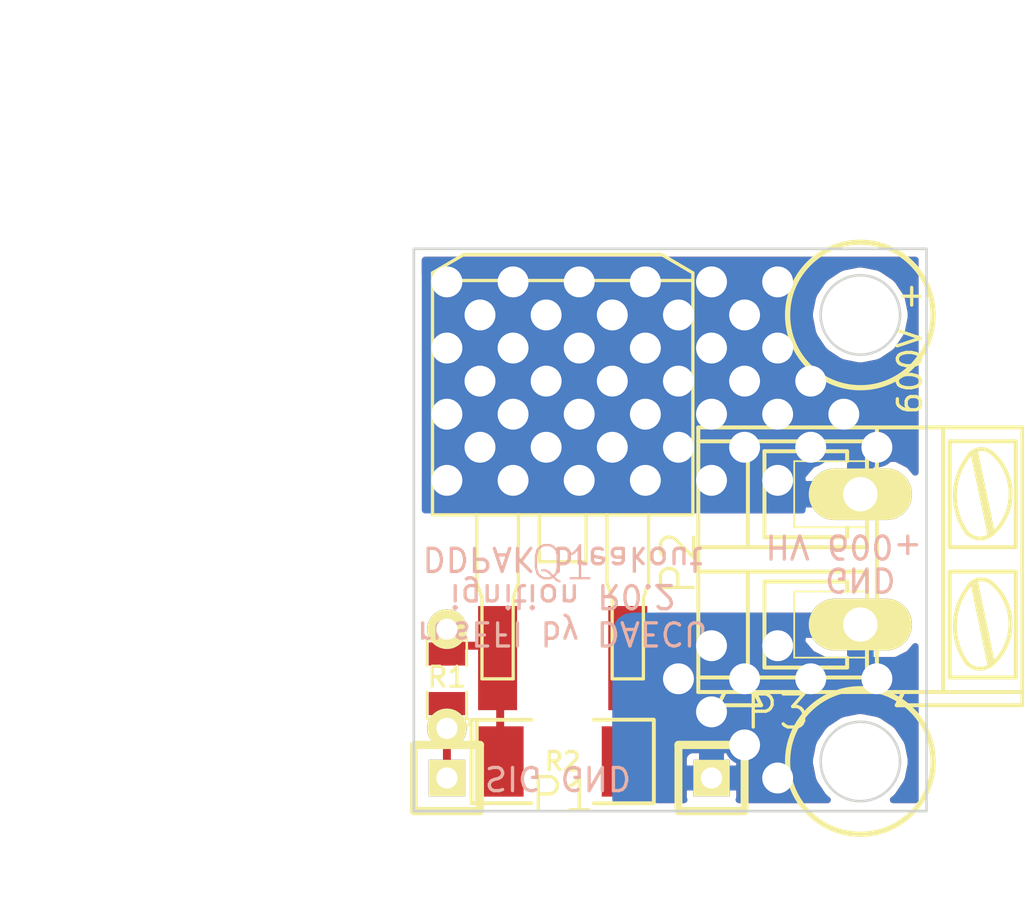
<source format=kicad_pcb>
(kicad_pcb (version 4) (host pcbnew 4.0.1-stable)

  (general
    (links 11)
    (no_connects 0)
    (area 188.850001 145.740001 231.089201 182.405)
    (thickness 1.6)
    (drawings 19)
    (tracks 115)
    (zones 0)
    (modules 6)
    (nets 5)
  )

  (page A)
  (title_block
    (title "DDPAK breakout")
    (rev R0.2)
    (company rusEFI)
  )

  (layers
    (0 F.Cu signal)
    (31 B.Cu signal)
    (32 B.Adhes user)
    (33 F.Adhes user)
    (34 B.Paste user)
    (35 F.Paste user)
    (36 B.SilkS user)
    (37 F.SilkS user)
    (38 B.Mask user)
    (39 F.Mask user)
    (40 Dwgs.User user)
    (41 Cmts.User user)
    (42 Eco1.User user)
    (43 Eco2.User user)
    (44 Edge.Cuts user)
  )

  (setup
    (last_trace_width 0.3048)
    (trace_clearance 0.3048)
    (zone_clearance 0.254)
    (zone_45_only no)
    (trace_min 0.254)
    (segment_width 0.2)
    (edge_width 0.1)
    (via_size 0.889)
    (via_drill 0.635)
    (via_min_size 0.889)
    (via_min_drill 0.508)
    (user_via 0.889 0.635)
    (user_via 1.54178 1.18618)
    (uvia_size 0.508)
    (uvia_drill 0.127)
    (uvias_allowed no)
    (uvia_min_size 0.508)
    (uvia_min_drill 0.127)
    (pcb_text_width 0.3)
    (pcb_text_size 1.5 1.5)
    (mod_edge_width 0.15)
    (mod_text_size 1 1)
    (mod_text_width 0.15)
    (pad_size 1.5 1.5)
    (pad_drill 0.6)
    (pad_to_mask_clearance 0)
    (aux_axis_origin 0 0)
    (visible_elements 7FFFFF3F)
    (pcbplotparams
      (layerselection 0x00030_80000001)
      (usegerberextensions true)
      (excludeedgelayer true)
      (linewidth 0.150000)
      (plotframeref false)
      (viasonmask false)
      (mode 1)
      (useauxorigin false)
      (hpglpennumber 1)
      (hpglpenspeed 20)
      (hpglpendiameter 15)
      (hpglpenoverlay 2)
      (psnegative false)
      (psa4output false)
      (plotreference true)
      (plotvalue true)
      (plotinvisibletext false)
      (padsonsilk false)
      (subtractmaskfromsilk false)
      (outputformat 1)
      (mirror false)
      (drillshape 0)
      (scaleselection 1)
      (outputdirectory ""))
  )

  (net 0 "")
  (net 1 /GND)
  (net 2 /HV)
  (net 3 /SIG)
  (net 4 /SIG2)

  (net_class Default "This is the default net class."
    (clearance 0.3048)
    (trace_width 0.3048)
    (via_dia 0.889)
    (via_drill 0.635)
    (uvia_dia 0.508)
    (uvia_drill 0.127)
    (add_net /GND)
    (add_net /HV)
    (add_net /SIG)
    (add_net /SIG2)
  )

  (net_class FAT ""
    (clearance 1.7526)
    (trace_width 2.54)
    (via_dia 0.889)
    (via_drill 0.635)
    (uvia_dia 0.508)
    (uvia_drill 0.127)
  )

  (net_class MIN ""
    (clearance 2.54)
    (trace_width 0.3048)
    (via_dia 0.889)
    (via_drill 0.635)
    (uvia_dia 0.508)
    (uvia_drill 0.127)
  )

  (module SM0805_jumper (layer F.Cu) (tedit 53B680BA) (tstamp 544A797B)
    (at 206.375 171.45 90)
    (path /54499D02)
    (attr smd)
    (fp_text reference R1 (at 0.0635 0 180) (layer F.SilkS)
      (effects (font (size 0.762 0.762) (thickness 0.127)))
    )
    (fp_text value 1K (at 0 1.27 90) (layer F.SilkS) hide
      (effects (font (size 0.50038 0.50038) (thickness 0.10922)))
    )
    (fp_circle (center -1.651 0.762) (end -1.651 0.635) (layer F.SilkS) (width 0.09906))
    (fp_line (start -0.508 0.762) (end -1.524 0.762) (layer F.SilkS) (width 0.09906))
    (fp_line (start -1.524 0.762) (end -1.524 -0.762) (layer F.SilkS) (width 0.09906))
    (fp_line (start -1.524 -0.762) (end -0.508 -0.762) (layer F.SilkS) (width 0.09906))
    (fp_line (start 0.508 -0.762) (end 1.524 -0.762) (layer F.SilkS) (width 0.09906))
    (fp_line (start 1.524 -0.762) (end 1.524 0.762) (layer F.SilkS) (width 0.09906))
    (fp_line (start 1.524 0.762) (end 0.508 0.762) (layer F.SilkS) (width 0.09906))
    (pad 2 smd rect (at 1.27 0 90) (size 1.524 0.2032) (layers F.Cu F.Paste F.Mask)
      (net 4 /SIG2))
    (pad 1 smd rect (at -0.9525 0 90) (size 0.889 1.397) (layers F.Cu F.Paste F.Mask)
      (net 3 /SIG))
    (pad 2 smd rect (at 0.9525 0 90) (size 0.889 1.397) (layers F.Cu F.Paste F.Mask)
      (net 4 /SIG2))
    (pad 2 thru_hole circle (at 1.905 0 90) (size 1.524 1.524) (drill 0.8128) (layers *.Cu *.Mask F.SilkS)
      (net 4 /SIG2))
    (pad 1 thru_hole circle (at -1.905 0 90) (size 1.524 1.524) (drill 0.8128) (layers *.Cu *.Mask F.SilkS)
      (net 3 /SIG))
    (pad 1 smd rect (at -1.27 0 90) (size 1.524 0.2032) (layers F.Cu F.Paste F.Mask)
      (net 3 /SIG))
    (model smd/chip_cms.wrl
      (at (xyz 0 0 0))
      (scale (xyz 0.1 0.1 0.1))
      (rotate (xyz 0 0 0))
    )
  )

  (module AK300-2 (layer F.Cu) (tedit 549D4368) (tstamp 544A2601)
    (at 222.25 166.878 270)
    (descr CONNECTOR)
    (tags CONNECTOR)
    (path /5449A1BA)
    (attr virtual)
    (fp_text reference P2 (at 0.127 6.985 270) (layer F.SilkS)
      (effects (font (size 1.27 1.27) (thickness 0.127)))
    )
    (fp_text value CONN_2 (at 0.254 7.747 270) (layer F.SilkS) hide
      (effects (font (size 1.778 1.778) (thickness 0.0889)))
    )
    (fp_line (start -3.7846 2.54) (end -1.2446 2.54) (layer F.SilkS) (width 0.06604))
    (fp_line (start -1.2446 2.54) (end -1.2446 -0.254) (layer F.SilkS) (width 0.06604))
    (fp_line (start -3.7846 -0.254) (end -1.2446 -0.254) (layer F.SilkS) (width 0.06604))
    (fp_line (start -3.7846 2.54) (end -3.7846 -0.254) (layer F.SilkS) (width 0.06604))
    (fp_line (start 1.2192 2.54) (end 3.7592 2.54) (layer F.SilkS) (width 0.06604))
    (fp_line (start 3.7592 2.54) (end 3.7592 -0.254) (layer F.SilkS) (width 0.06604))
    (fp_line (start 1.2192 -0.254) (end 3.7592 -0.254) (layer F.SilkS) (width 0.06604))
    (fp_line (start 1.2192 2.54) (end 1.2192 -0.254) (layer F.SilkS) (width 0.06604))
    (fp_line (start 5.08 -6.223) (end 5.08 -3.175) (layer F.SilkS) (width 0.1524))
    (fp_line (start 5.08 -6.223) (end -5.08 -6.223) (layer F.SilkS) (width 0.1524))
    (fp_line (start 5.08 -6.223) (end 5.588 -6.223) (layer F.SilkS) (width 0.1524))
    (fp_line (start 5.588 -6.223) (end 5.588 -1.397) (layer F.SilkS) (width 0.1524))
    (fp_line (start 5.588 -1.397) (end 5.08 -1.651) (layer F.SilkS) (width 0.1524))
    (fp_line (start 5.588 5.461) (end 5.08 5.207) (layer F.SilkS) (width 0.1524))
    (fp_line (start 5.08 5.207) (end 5.08 6.223) (layer F.SilkS) (width 0.1524))
    (fp_line (start 5.588 3.81) (end 5.08 4.064) (layer F.SilkS) (width 0.1524))
    (fp_line (start 5.08 4.064) (end 5.08 5.207) (layer F.SilkS) (width 0.1524))
    (fp_line (start 5.588 3.81) (end 5.588 5.461) (layer F.SilkS) (width 0.1524))
    (fp_line (start 0.4572 6.223) (end 0.4572 4.318) (layer F.SilkS) (width 0.1524))
    (fp_line (start 4.5212 -0.254) (end 4.5212 4.318) (layer F.SilkS) (width 0.1524))
    (fp_line (start 0.4572 6.223) (end 4.5212 6.223) (layer F.SilkS) (width 0.1524))
    (fp_line (start 4.5212 6.223) (end 5.08 6.223) (layer F.SilkS) (width 0.1524))
    (fp_line (start -0.4826 6.223) (end -0.4826 4.318) (layer F.SilkS) (width 0.1524))
    (fp_line (start -0.4826 6.223) (end 0.4572 6.223) (layer F.SilkS) (width 0.1524))
    (fp_line (start -4.5466 -0.254) (end -4.5466 4.318) (layer F.SilkS) (width 0.1524))
    (fp_line (start -5.08 6.223) (end -4.5466 6.223) (layer F.SilkS) (width 0.1524))
    (fp_line (start -4.5466 6.223) (end -0.4826 6.223) (layer F.SilkS) (width 0.1524))
    (fp_line (start 0.4572 4.318) (end 4.5212 4.318) (layer F.SilkS) (width 0.1524))
    (fp_line (start 0.4572 4.318) (end 0.4572 -0.254) (layer F.SilkS) (width 0.1524))
    (fp_line (start 4.5212 4.318) (end 4.5212 6.223) (layer F.SilkS) (width 0.1524))
    (fp_line (start -0.4826 4.318) (end -4.5466 4.318) (layer F.SilkS) (width 0.1524))
    (fp_line (start -0.4826 4.318) (end -0.4826 -0.254) (layer F.SilkS) (width 0.1524))
    (fp_line (start -4.5466 4.318) (end -4.5466 6.223) (layer F.SilkS) (width 0.1524))
    (fp_line (start 4.1402 3.683) (end 4.1402 0.508) (layer F.SilkS) (width 0.1524))
    (fp_line (start 4.1402 3.683) (end 0.8382 3.683) (layer F.SilkS) (width 0.1524))
    (fp_line (start 0.8382 3.683) (end 0.8382 0.508) (layer F.SilkS) (width 0.1524))
    (fp_line (start -0.8636 3.683) (end -0.8636 0.508) (layer F.SilkS) (width 0.1524))
    (fp_line (start -0.8636 3.683) (end -4.1656 3.683) (layer F.SilkS) (width 0.1524))
    (fp_line (start -4.1656 3.683) (end -4.1656 0.508) (layer F.SilkS) (width 0.1524))
    (fp_line (start -4.1656 0.508) (end -3.7846 0.508) (layer F.SilkS) (width 0.1524))
    (fp_line (start -0.8636 0.508) (end -1.2446 0.508) (layer F.SilkS) (width 0.1524))
    (fp_line (start 0.8382 0.508) (end 1.2192 0.508) (layer F.SilkS) (width 0.1524))
    (fp_line (start 4.1402 0.508) (end 3.7592 0.508) (layer F.SilkS) (width 0.1524))
    (fp_line (start -5.08 6.223) (end -5.08 -0.635) (layer F.SilkS) (width 0.1524))
    (fp_line (start -5.08 -0.635) (end -5.08 -3.175) (layer F.SilkS) (width 0.1524))
    (fp_line (start 5.08 -1.651) (end 5.08 -0.635) (layer F.SilkS) (width 0.1524))
    (fp_line (start 5.08 -0.635) (end 5.08 4.064) (layer F.SilkS) (width 0.1524))
    (fp_line (start -5.08 -3.175) (end 5.08 -3.175) (layer F.SilkS) (width 0.1524))
    (fp_line (start -5.08 -3.175) (end -5.08 -6.223) (layer F.SilkS) (width 0.1524))
    (fp_line (start 5.08 -3.175) (end 5.08 -1.651) (layer F.SilkS) (width 0.1524))
    (fp_line (start 0.4572 -3.429) (end 0.4572 -5.969) (layer F.SilkS) (width 0.1524))
    (fp_line (start 0.4572 -5.969) (end 4.5212 -5.969) (layer F.SilkS) (width 0.1524))
    (fp_line (start 4.5212 -5.969) (end 4.5212 -3.429) (layer F.SilkS) (width 0.1524))
    (fp_line (start 4.5212 -3.429) (end 0.4572 -3.429) (layer F.SilkS) (width 0.1524))
    (fp_line (start -0.4826 -3.429) (end -0.4826 -5.969) (layer F.SilkS) (width 0.1524))
    (fp_line (start -0.4826 -3.429) (end -4.5466 -3.429) (layer F.SilkS) (width 0.1524))
    (fp_line (start -4.5466 -3.429) (end -4.5466 -5.969) (layer F.SilkS) (width 0.1524))
    (fp_line (start -0.4826 -5.969) (end -4.5466 -5.969) (layer F.SilkS) (width 0.1524))
    (fp_line (start 0.8636 -4.445) (end 3.9116 -5.08) (layer F.SilkS) (width 0.1524))
    (fp_line (start 0.9906 -4.318) (end 4.0386 -4.953) (layer F.SilkS) (width 0.1524))
    (fp_line (start -4.1402 -4.445) (end -1.08966 -5.08) (layer F.SilkS) (width 0.1524))
    (fp_line (start -4.0132 -4.318) (end -0.9652 -4.953) (layer F.SilkS) (width 0.1524))
    (fp_line (start -4.5466 -0.254) (end -4.1656 -0.254) (layer F.SilkS) (width 0.1524))
    (fp_line (start -0.4826 -0.254) (end -0.8636 -0.254) (layer F.SilkS) (width 0.1524))
    (fp_line (start -0.8636 -0.254) (end -4.1656 -0.254) (layer F.SilkS) (width 0.1524))
    (fp_line (start -5.08 -0.635) (end -4.1656 -0.635) (layer F.SilkS) (width 0.1524))
    (fp_line (start -4.1656 -0.635) (end -0.8636 -0.635) (layer F.SilkS) (width 0.1524))
    (fp_line (start -0.8636 -0.635) (end 0.8382 -0.635) (layer F.SilkS) (width 0.1524))
    (fp_line (start 5.08 -0.635) (end 4.1402 -0.635) (layer F.SilkS) (width 0.1524))
    (fp_line (start 4.1402 -0.635) (end 0.8382 -0.635) (layer F.SilkS) (width 0.1524))
    (fp_line (start 4.5212 -0.254) (end 4.1402 -0.254) (layer F.SilkS) (width 0.1524))
    (fp_line (start 0.4572 -0.254) (end 0.8382 -0.254) (layer F.SilkS) (width 0.1524))
    (fp_line (start 0.8382 -0.254) (end 4.1402 -0.254) (layer F.SilkS) (width 0.1524))
    (fp_arc (start 3.5052 -4.59486) (end 4.01066 -5.05206) (angle 90.5) (layer F.SilkS) (width 0.1524))
    (fp_arc (start 2.54 -6.0706) (end 4.00304 -4.11734) (angle 75.5) (layer F.SilkS) (width 0.1524))
    (fp_arc (start 2.46126 -3.7084) (end 0.8636 -5.0038) (angle 100) (layer F.SilkS) (width 0.1524))
    (fp_arc (start 1.3462 -4.64566) (end 1.05664 -4.1275) (angle 104.2) (layer F.SilkS) (width 0.1524))
    (fp_arc (start -1.4986 -4.59486) (end -0.9906 -5.05206) (angle 90.5) (layer F.SilkS) (width 0.1524))
    (fp_arc (start -2.46126 -6.0706) (end -0.99822 -4.11734) (angle 75.5) (layer F.SilkS) (width 0.1524))
    (fp_arc (start -2.53746 -3.7084) (end -4.1402 -5.0038) (angle 100) (layer F.SilkS) (width 0.1524))
    (fp_arc (start -3.6576 -4.64566) (end -3.94462 -4.1275) (angle 104.2) (layer F.SilkS) (width 0.1524))
    (pad 1 thru_hole oval (at -2.5146 0 270) (size 1.9812 3.9624) (drill 1.3208) (layers *.Cu F.Paste F.SilkS F.Mask)
      (net 2 /HV))
    (pad 2 thru_hole oval (at 2.4892 0 270) (size 1.9812 3.9624) (drill 1.3208) (layers *.Cu F.Paste F.SilkS F.Mask)
      (net 1 /GND))
  )

  (module SM2010 (layer F.Cu) (tedit 544A1B10) (tstamp 5449C04A)
    (at 210.82 174.625)
    (tags "CMS SM")
    (path /54499C42)
    (attr smd)
    (fp_text reference R2 (at 0 0) (layer F.SilkS)
      (effects (font (size 0.70104 0.70104) (thickness 0.127)))
    )
    (fp_text value 100K (at 0 0.8) (layer F.SilkS) hide
      (effects (font (size 0.70104 0.70104) (thickness 0.127)))
    )
    (fp_line (start -3.3 -1.6) (end -3.3 1.6) (layer F.SilkS) (width 0.15))
    (fp_line (start 3.50012 -1.6002) (end 3.50012 1.6002) (layer F.SilkS) (width 0.15))
    (fp_line (start -3.5 -1.6) (end -3.5 1.6) (layer F.SilkS) (width 0.15))
    (fp_line (start 1.19634 1.60528) (end 3.48234 1.60528) (layer F.SilkS) (width 0.15))
    (fp_line (start 3.48234 -1.60528) (end 1.19634 -1.60528) (layer F.SilkS) (width 0.15))
    (fp_line (start -1.2 -1.6) (end -3.5 -1.6) (layer F.SilkS) (width 0.15))
    (fp_line (start -3.5 1.6) (end -1.2 1.6) (layer F.SilkS) (width 0.15))
    (pad 1 smd rect (at -2.4003 0) (size 1.80086 2.70002) (layers F.Cu F.Paste F.Mask)
      (net 4 /SIG2))
    (pad 2 smd rect (at 2.4003 0) (size 1.80086 2.70002) (layers F.Cu F.Paste F.Mask)
      (net 1 /GND))
  )

  (module SIL-1 (layer F.Cu) (tedit 549F505C) (tstamp 544A798F)
    (at 216.535 175.26)
    (descr "Connecteurs 1 pin")
    (tags "CONN DEV")
    (path /544A1CD8)
    (fp_text reference P3 (at 2.54 -2.54) (layer F.SilkS)
      (effects (font (size 1.27 1.27) (thickness 0.127)))
    )
    (fp_text value CONN_1 (at 0 -2.54) (layer F.SilkS) hide
      (effects (font (size 1.524 1.016) (thickness 0.254)))
    )
    (fp_line (start -1.27 1.27) (end 1.27 1.27) (layer F.SilkS) (width 0.3175))
    (fp_line (start -1.27 -1.27) (end 1.27 -1.27) (layer F.SilkS) (width 0.3175))
    (fp_line (start -1.27 1.27) (end -1.27 -1.27) (layer F.SilkS) (width 0.3048))
    (fp_line (start 1.27 -1.27) (end 1.27 1.27) (layer F.SilkS) (width 0.3048))
    (pad 1 thru_hole rect (at 0 0) (size 1.397 1.397) (drill 0.8128) (layers *.Cu *.Mask F.SilkS)
      (net 1 /GND))
  )

  (module SIL-1 (layer F.Cu) (tedit 549D4054) (tstamp 544A7985)
    (at 206.375 175.26 180)
    (descr "Connecteurs 1 pin")
    (tags "CONN DEV")
    (path /544A1CBF)
    (fp_text reference P1 (at -4.445 -0.635 180) (layer F.SilkS)
      (effects (font (size 1.27 1.27) (thickness 0.127)))
    )
    (fp_text value CONN_1 (at 0 -2.54 180) (layer F.SilkS) hide
      (effects (font (size 1.524 1.016) (thickness 0.254)))
    )
    (fp_line (start -1.27 1.27) (end 1.27 1.27) (layer F.SilkS) (width 0.3175))
    (fp_line (start -1.27 -1.27) (end 1.27 -1.27) (layer F.SilkS) (width 0.3175))
    (fp_line (start -1.27 1.27) (end -1.27 -1.27) (layer F.SilkS) (width 0.3048))
    (fp_line (start 1.27 -1.27) (end 1.27 1.27) (layer F.SilkS) (width 0.3048))
    (pad 1 thru_hole rect (at 0 0 180) (size 1.397 1.397) (drill 0.8128) (layers *.Cu *.Mask F.SilkS)
      (net 3 /SIG))
  )

  (module m-pad-2.1-TO-263AB (layer F.Cu) (tedit 549D3FB2) (tstamp 5449C06D)
    (at 210.82 160.655)
    (descr "FAIRCHILD'S TO-263AB/D2PAK PACKAGE DIMENSIONS")
    (tags "FAIRCHILD'S TO-263AB/D2PAK PACKAGE DIMENSIONS")
    (path /5498B4BA)
    (attr smd)
    (fp_text reference Q1 (at 0 6.35) (layer B.SilkS)
      (effects (font (size 1.27 1.27) (thickness 0.0889)))
    )
    (fp_text value IRGS14C40L (at 6.86308 -0.30988 90) (layer B.SilkS) hide
      (effects (font (size 1.27 1.27) (thickness 0.0889)))
    )
    (fp_line (start -4.99872 4.49834) (end -3.29946 4.49834) (layer F.SilkS) (width 0.127))
    (fp_line (start -3.29946 4.49834) (end -1.69926 4.49834) (layer F.SilkS) (width 0.127))
    (fp_line (start -1.69926 4.49834) (end -0.89916 4.49834) (layer F.SilkS) (width 0.127))
    (fp_line (start -0.89916 4.49834) (end 0.89916 4.49834) (layer F.SilkS) (width 0.127))
    (fp_line (start 0.89916 4.49834) (end 1.69926 4.49834) (layer F.SilkS) (width 0.127))
    (fp_line (start 1.69926 4.49834) (end 3.29946 4.49834) (layer F.SilkS) (width 0.127))
    (fp_line (start 3.29946 4.49834) (end 4.99872 4.49834) (layer F.SilkS) (width 0.127))
    (fp_line (start 4.99872 4.49834) (end 4.99872 -4.49834) (layer F.SilkS) (width 0.127))
    (fp_line (start 4.99872 -4.49834) (end -4.99872 -4.49834) (layer F.SilkS) (width 0.127))
    (fp_line (start -4.99872 -4.49834) (end -4.99872 4.49834) (layer F.SilkS) (width 0.127))
    (fp_line (start -4.99872 -4.49834) (end -4.99872 -4.79044) (layer F.SilkS) (width 0.127))
    (fp_line (start -4.99872 -4.79044) (end -3.79222 -5.4991) (layer F.SilkS) (width 0.127))
    (fp_line (start -3.79222 -5.4991) (end 3.79222 -5.4991) (layer F.SilkS) (width 0.127))
    (fp_line (start 3.79222 -5.4991) (end 4.99872 -4.79044) (layer F.SilkS) (width 0.127))
    (fp_line (start 4.99872 -4.79044) (end 4.99872 -4.49834) (layer F.SilkS) (width 0.127))
    (fp_line (start -0.89916 4.49834) (end -0.89916 6.2992) (layer F.SilkS) (width 0.127))
    (fp_line (start -0.89916 6.2992) (end 0.89916 6.2992) (layer F.SilkS) (width 0.127))
    (fp_line (start 0.89916 6.2992) (end 0.89916 4.49834) (layer F.SilkS) (width 0.127))
    (fp_line (start -3.29946 4.49834) (end -3.29946 7.0993) (layer F.SilkS) (width 0.127))
    (fp_line (start -3.29946 7.0993) (end -3.0988 7.69874) (layer F.SilkS) (width 0.127))
    (fp_line (start -3.0988 7.69874) (end -3.0988 10.79754) (layer F.SilkS) (width 0.127))
    (fp_line (start -3.0988 10.79754) (end -1.89992 10.79754) (layer F.SilkS) (width 0.127))
    (fp_line (start -1.89992 10.79754) (end -1.89992 7.69874) (layer F.SilkS) (width 0.127))
    (fp_line (start -1.89992 7.69874) (end -1.69926 7.0993) (layer F.SilkS) (width 0.127))
    (fp_line (start -1.69926 7.0993) (end -1.69926 4.49834) (layer F.SilkS) (width 0.127))
    (fp_line (start 1.69926 4.49834) (end 1.69926 7.0993) (layer F.SilkS) (width 0.127))
    (fp_line (start 1.69926 7.0993) (end 1.89992 7.69874) (layer F.SilkS) (width 0.127))
    (fp_line (start 1.89992 7.69874) (end 1.89992 10.79754) (layer F.SilkS) (width 0.127))
    (fp_line (start 1.89992 10.79754) (end 3.0988 10.79754) (layer F.SilkS) (width 0.127))
    (fp_line (start 3.0988 10.79754) (end 3.0988 7.69874) (layer F.SilkS) (width 0.127))
    (fp_line (start 3.0988 7.69874) (end 3.29946 7.0993) (layer F.SilkS) (width 0.127))
    (fp_line (start 3.29946 7.0993) (end 3.29946 4.49834) (layer F.SilkS) (width 0.127))
    (pad 2 smd rect (at 0 0) (size 9.99998 8.99922) (layers F.Cu F.Paste F.Mask)
      (net 2 /HV))
    (pad 1 smd rect (at -2.49936 9.99998) (size 1.4986 3.99796) (layers F.Cu F.Paste F.Mask)
      (net 4 /SIG2))
    (pad 3 smd rect (at 2.49936 9.99998) (size 1.4986 3.99796) (layers F.Cu F.Paste F.Mask)
      (net 1 /GND))
    (model smd/dpack_2.wrl
      (at (xyz 0 -0.3 0))
      (scale (xyz 1 1 1))
      (rotate (xyz 0 0 0))
    )
  )

  (dimension 10.16 (width 0.3) (layer Dwgs.User)
    (gr_text "0.4000 in" (at 211.455 181.054999) (layer Dwgs.User)
      (effects (font (size 1.5 1.5) (thickness 0.3)))
    )
    (feature1 (pts (xy 216.535 176.53) (xy 216.535 182.404999)))
    (feature2 (pts (xy 206.375 176.53) (xy 206.375 182.404999)))
    (crossbar (pts (xy 206.375 179.704999) (xy 216.535 179.704999)))
    (arrow1a (pts (xy 216.535 179.704999) (xy 215.408497 180.291419)))
    (arrow1b (pts (xy 216.535 179.704999) (xy 215.408497 179.118579)))
    (arrow2a (pts (xy 206.375 179.704999) (xy 207.501503 180.291419)))
    (arrow2b (pts (xy 206.375 179.704999) (xy 207.501503 179.118579)))
  )
  (gr_circle (center 222.25 174.625) (end 223.774 174.625) (layer Edge.Cuts) (width 0.1) (tstamp 549E9E7F))
  (gr_circle (center 222.25 174.625) (end 225.044 174.625) (layer F.SilkS) (width 0.2) (tstamp 549E9E7E))
  (gr_circle (center 222.25 157.48) (end 225.044 157.48) (layer F.SilkS) (width 0.2))
  (gr_circle (center 222.25 157.48) (end 223.774 157.48) (layer Edge.Cuts) (width 0.1) (tstamp 549E9D27))
  (dimension 21.59 (width 0.3) (layer Dwgs.User)
    (gr_text "21.590 mm" (at 195.5 165.735 90) (layer Dwgs.User)
      (effects (font (size 1.5 1.5) (thickness 0.3)))
    )
    (feature1 (pts (xy 204.47 154.94) (xy 194.15 154.94)))
    (feature2 (pts (xy 204.47 176.53) (xy 194.15 176.53)))
    (crossbar (pts (xy 196.85 176.53) (xy 196.85 154.94)))
    (arrow1a (pts (xy 196.85 154.94) (xy 197.43642 156.066503)))
    (arrow1b (pts (xy 196.85 154.94) (xy 196.26358 156.066503)))
    (arrow2a (pts (xy 196.85 176.53) (xy 197.43642 175.403497)))
    (arrow2b (pts (xy 196.85 176.53) (xy 196.26358 175.403497)))
  )
  (dimension 19.685 (width 0.3) (layer Dwgs.User)
    (gr_text "19.685 mm" (at 214.9475 147.240001) (layer Dwgs.User)
      (effects (font (size 1.5 1.5) (thickness 0.3)))
    )
    (feature1 (pts (xy 224.79 154.305) (xy 224.79 145.890001)))
    (feature2 (pts (xy 205.105 154.305) (xy 205.105 145.890001)))
    (crossbar (pts (xy 205.105 148.590001) (xy 224.79 148.590001)))
    (arrow1a (pts (xy 224.79 148.590001) (xy 223.663497 149.176421)))
    (arrow1b (pts (xy 224.79 148.590001) (xy 223.663497 148.003581)))
    (arrow2a (pts (xy 205.105 148.590001) (xy 206.231503 149.176421)))
    (arrow2b (pts (xy 205.105 148.590001) (xy 206.231503 148.003581)))
  )
  (dimension 19.685 (width 0.3) (layer Dwgs.User)
    (gr_text "0.7750 in" (at 214.9475 150.415001) (layer Dwgs.User)
      (effects (font (size 1.5 1.5) (thickness 0.3)))
    )
    (feature1 (pts (xy 224.79 154.305) (xy 224.79 149.065001)))
    (feature2 (pts (xy 205.105 154.305) (xy 205.105 149.065001)))
    (crossbar (pts (xy 205.105 151.765001) (xy 224.79 151.765001)))
    (arrow1a (pts (xy 224.79 151.765001) (xy 223.663497 152.351421)))
    (arrow1b (pts (xy 224.79 151.765001) (xy 223.663497 151.178581)))
    (arrow2a (pts (xy 205.105 151.765001) (xy 206.231503 152.351421)))
    (arrow2b (pts (xy 205.105 151.765001) (xy 206.231503 151.178581)))
  )
  (dimension 21.59 (width 0.3) (layer Dwgs.User)
    (gr_text "0.8500 in" (at 199.31 165.735 90) (layer Dwgs.User)
      (effects (font (size 1.5 1.5) (thickness 0.3)))
    )
    (feature1 (pts (xy 204.47 154.94) (xy 197.96 154.94)))
    (feature2 (pts (xy 204.47 176.53) (xy 197.96 176.53)))
    (crossbar (pts (xy 200.66 176.53) (xy 200.66 154.94)))
    (arrow1a (pts (xy 200.66 154.94) (xy 201.24642 156.066503)))
    (arrow1b (pts (xy 200.66 154.94) (xy 200.07358 156.066503)))
    (arrow2a (pts (xy 200.66 176.53) (xy 201.24642 175.403497)))
    (arrow2b (pts (xy 200.66 176.53) (xy 200.07358 175.403497)))
  )
  (gr_text GND (at 212.09 175.26 180) (layer B.SilkS)
    (effects (font (size 0.889 0.889) (thickness 0.127)) (justify mirror))
  )
  (gr_text "HV 600+" (at 221.615 166.37 180) (layer B.SilkS)
    (effects (font (size 0.889 0.889) (thickness 0.127)) (justify mirror))
  )
  (gr_text SIG (at 208.915 175.26 180) (layer B.SilkS)
    (effects (font (size 0.889 0.889) (thickness 0.127)) (justify mirror))
  )
  (gr_text GND (at 222.25 167.64 180) (layer B.SilkS)
    (effects (font (size 0.889 0.889) (thickness 0.127)) (justify mirror))
  )
  (gr_text "rusEFI by DAECU\nignition R0.2\nDDPAK breakout\n" (at 210.82 168.275 180) (layer B.SilkS)
    (effects (font (size 0.889 0.889) (thickness 0.127)) (justify mirror))
  )
  (gr_text "600V +" (at 224.155 158.75 90) (layer F.SilkS)
    (effects (font (size 0.889 0.889) (thickness 0.127)))
  )
  (gr_line (start 205.105 176.53) (end 224.79 176.53) (angle 90) (layer Edge.Cuts) (width 0.1) (tstamp 549D3C3E))
  (gr_line (start 224.79 154.94) (end 224.79 176.53) (angle 90) (layer Edge.Cuts) (width 0.1) (tstamp 549D3BE3))
  (gr_line (start 205.105 154.94) (end 224.79 154.94) (angle 90) (layer Edge.Cuts) (width 0.1))
  (gr_line (start 205.105 154.94) (end 205.105 176.53) (angle 90) (layer Edge.Cuts) (width 0.1) (tstamp 549D3BE0))

  (segment (start 222.885 171.45) (end 220.345 171.45) (width 0.3048) (layer F.Cu) (net 1))
  (segment (start 219.075 175.26) (end 219.075 172.72) (width 0.3048) (layer F.Cu) (net 1))
  (segment (start 222.25 169.3672) (end 219.8878 169.3672) (width 0.3048) (layer B.Cu) (net 1))
  (segment (start 219.075 172.72) (end 220.345 171.45) (width 0.3048) (layer F.Cu) (net 1) (tstamp 549D42CF))
  (via (at 219.075 175.26) (size 1.54178) (drill 1.18618) (layers F.Cu B.Cu) (net 1))
  (segment (start 217.805 173.99) (end 219.075 175.26) (width 0.3048) (layer B.Cu) (net 1) (tstamp 549D42C6))
  (via (at 217.805 173.99) (size 1.54178) (drill 1.18618) (layers F.Cu B.Cu) (net 1))
  (segment (start 216.535 172.72) (end 217.805 173.99) (width 0.3048) (layer F.Cu) (net 1) (tstamp 549D42C3))
  (via (at 216.535 172.72) (size 1.54178) (drill 1.18618) (layers F.Cu B.Cu) (net 1))
  (segment (start 215.265 171.45) (end 216.535 172.72) (width 0.3048) (layer B.Cu) (net 1) (tstamp 549D42C0))
  (via (at 215.265 171.45) (size 1.54178) (drill 1.18618) (layers F.Cu B.Cu) (net 1))
  (segment (start 216.535 170.18) (end 215.265 171.45) (width 0.3048) (layer F.Cu) (net 1) (tstamp 549D42BD))
  (via (at 216.535 170.18) (size 1.54178) (drill 1.18618) (layers F.Cu B.Cu) (net 1))
  (segment (start 217.805 171.45) (end 216.535 170.18) (width 0.3048) (layer B.Cu) (net 1) (tstamp 549D42BA))
  (via (at 217.805 171.45) (size 1.54178) (drill 1.18618) (layers F.Cu B.Cu) (net 1))
  (segment (start 219.075 170.18) (end 217.805 171.45) (width 0.3048) (layer F.Cu) (net 1) (tstamp 549D42B7))
  (via (at 219.075 170.18) (size 1.54178) (drill 1.18618) (layers F.Cu B.Cu) (net 1))
  (segment (start 219.8878 169.3672) (end 219.075 170.18) (width 0.3048) (layer B.Cu) (net 1) (tstamp 549D42AE))
  (via (at 220.345 171.45) (size 1.54178) (drill 1.18618) (layers F.Cu B.Cu) (net 1))
  (via (at 222.885 171.45) (size 1.54178) (drill 1.18618) (layers F.Cu B.Cu) (net 1))
  (segment (start 217.805 157.48) (end 219.075 156.21) (width 0.3048) (layer B.Cu) (net 2))
  (segment (start 206.375 156.21) (end 210.82 160.655) (width 0.3048) (layer F.Cu) (net 2) (tstamp 549D4210))
  (via (at 206.375 156.21) (size 1.54178) (drill 1.18618) (layers F.Cu B.Cu) (net 2))
  (segment (start 208.915 156.21) (end 206.375 156.21) (width 0.3048) (layer B.Cu) (net 2) (tstamp 549D420C))
  (via (at 208.915 156.21) (size 1.54178) (drill 1.18618) (layers F.Cu B.Cu) (net 2))
  (segment (start 211.455 156.21) (end 208.915 156.21) (width 0.3048) (layer F.Cu) (net 2) (tstamp 549D4209))
  (via (at 211.455 156.21) (size 1.54178) (drill 1.18618) (layers F.Cu B.Cu) (net 2))
  (segment (start 213.995 156.21) (end 211.455 156.21) (width 0.3048) (layer B.Cu) (net 2) (tstamp 549D4205))
  (via (at 213.995 156.21) (size 1.54178) (drill 1.18618) (layers F.Cu B.Cu) (net 2))
  (segment (start 216.535 156.21) (end 213.995 156.21) (width 0.3048) (layer F.Cu) (net 2) (tstamp 549D4202))
  (via (at 216.535 156.21) (size 1.54178) (drill 1.18618) (layers F.Cu B.Cu) (net 2))
  (segment (start 219.075 156.21) (end 216.535 156.21) (width 0.3048) (layer B.Cu) (net 2) (tstamp 549D41FF))
  (via (at 219.075 156.21) (size 1.54178) (drill 1.18618) (layers F.Cu B.Cu) (net 2))
  (via (at 217.805 157.48) (size 1.54178) (drill 1.18618) (layers F.Cu B.Cu) (net 2))
  (segment (start 217.805 157.48) (end 219.075 158.75) (width 0.3048) (layer B.Cu) (net 2))
  (segment (start 220.345 160.02) (end 219.075 158.75) (width 0.3048) (layer B.Cu) (net 2) (tstamp 549E9F1D))
  (via (at 219.075 158.75) (size 1.54178) (drill 1.18618) (layers F.Cu B.Cu) (net 2))
  (segment (start 215.265 157.48) (end 217.805 157.48) (width 0.3048) (layer B.Cu) (net 2) (tstamp 549D41F0))
  (via (at 215.265 157.48) (size 1.54178) (drill 1.18618) (layers F.Cu B.Cu) (net 2))
  (segment (start 212.725 157.48) (end 215.265 157.48) (width 0.3048) (layer F.Cu) (net 2) (tstamp 549D41EC))
  (via (at 212.725 157.48) (size 1.54178) (drill 1.18618) (layers F.Cu B.Cu) (net 2))
  (segment (start 210.185 157.48) (end 212.725 157.48) (width 0.3048) (layer B.Cu) (net 2) (tstamp 549D41E9))
  (via (at 210.185 157.48) (size 1.54178) (drill 1.18618) (layers F.Cu B.Cu) (net 2))
  (segment (start 207.645 157.48) (end 210.185 157.48) (width 0.3048) (layer F.Cu) (net 2) (tstamp 549D41E6))
  (via (at 207.645 157.48) (size 1.54178) (drill 1.18618) (layers F.Cu B.Cu) (net 2))
  (segment (start 206.375 158.75) (end 207.645 157.48) (width 0.3048) (layer B.Cu) (net 2) (tstamp 549D41E3))
  (via (at 206.375 158.75) (size 1.54178) (drill 1.18618) (layers F.Cu B.Cu) (net 2))
  (segment (start 208.915 158.75) (end 206.375 158.75) (width 0.3048) (layer F.Cu) (net 2) (tstamp 549D41E0))
  (via (at 208.915 158.75) (size 1.54178) (drill 1.18618) (layers F.Cu B.Cu) (net 2))
  (segment (start 211.455 158.75) (end 208.915 158.75) (width 0.3048) (layer B.Cu) (net 2) (tstamp 549D41DD))
  (via (at 211.455 158.75) (size 1.54178) (drill 1.18618) (layers F.Cu B.Cu) (net 2))
  (segment (start 213.995 158.75) (end 211.455 158.75) (width 0.3048) (layer F.Cu) (net 2) (tstamp 549D41DA))
  (via (at 213.995 158.75) (size 1.54178) (drill 1.18618) (layers F.Cu B.Cu) (net 2))
  (segment (start 216.535 158.75) (end 213.995 158.75) (width 0.3048) (layer B.Cu) (net 2) (tstamp 549D41D7))
  (via (at 216.535 158.75) (size 1.54178) (drill 1.18618) (layers F.Cu B.Cu) (net 2))
  (segment (start 219.075 158.75) (end 216.535 158.75) (width 0.3048) (layer F.Cu) (net 2) (tstamp 549D41D4))
  (via (at 220.345 160.02) (size 1.54178) (drill 1.18618) (layers F.Cu B.Cu) (net 2))
  (segment (start 221.615 161.29) (end 220.345 160.02) (width 0.3048) (layer B.Cu) (net 2))
  (via (at 221.615 161.29) (size 1.54178) (drill 1.18618) (layers F.Cu B.Cu) (net 2))
  (via (at 222.885 162.56) (size 1.54178) (drill 1.18618) (layers F.Cu B.Cu) (net 2))
  (segment (start 221.615 161.29) (end 222.885 162.56) (width 0.3048) (layer F.Cu) (net 2) (tstamp 549D41BB))
  (segment (start 222.25 164.3634) (end 219.6084 164.3634) (width 0.3048) (layer F.Cu) (net 2))
  (segment (start 220.345 162.56) (end 221.615 161.29) (width 0.3048) (layer B.Cu) (net 2) (tstamp 549D41B7))
  (via (at 220.345 162.56) (size 1.54178) (drill 1.18618) (layers F.Cu B.Cu) (net 2))
  (segment (start 219.075 161.29) (end 220.345 162.56) (width 0.3048) (layer F.Cu) (net 2) (tstamp 549D41B4))
  (via (at 219.075 161.29) (size 1.54178) (drill 1.18618) (layers F.Cu B.Cu) (net 2))
  (segment (start 217.805 160.02) (end 219.075 161.29) (width 0.3048) (layer B.Cu) (net 2) (tstamp 549D41AF))
  (via (at 217.805 160.02) (size 1.54178) (drill 1.18618) (layers F.Cu B.Cu) (net 2))
  (segment (start 216.535 161.29) (end 217.805 160.02) (width 0.3048) (layer F.Cu) (net 2) (tstamp 549D41AC))
  (via (at 216.535 161.29) (size 1.54178) (drill 1.18618) (layers F.Cu B.Cu) (net 2))
  (segment (start 215.265 160.02) (end 216.535 161.29) (width 0.3048) (layer B.Cu) (net 2) (tstamp 549D41A9))
  (via (at 215.265 160.02) (size 1.54178) (drill 1.18618) (layers F.Cu B.Cu) (net 2))
  (segment (start 213.995 161.29) (end 215.265 160.02) (width 0.3048) (layer F.Cu) (net 2) (tstamp 549D41A6))
  (via (at 213.995 161.29) (size 1.54178) (drill 1.18618) (layers F.Cu B.Cu) (net 2))
  (segment (start 212.725 160.02) (end 213.995 161.29) (width 0.3048) (layer B.Cu) (net 2) (tstamp 549D41A3))
  (via (at 212.725 160.02) (size 1.54178) (drill 1.18618) (layers F.Cu B.Cu) (net 2))
  (segment (start 211.455 161.29) (end 212.725 160.02) (width 0.3048) (layer F.Cu) (net 2) (tstamp 549D41A0))
  (via (at 211.455 161.29) (size 1.54178) (drill 1.18618) (layers F.Cu B.Cu) (net 2))
  (segment (start 210.185 160.02) (end 211.455 161.29) (width 0.3048) (layer B.Cu) (net 2) (tstamp 549D419D))
  (via (at 210.185 160.02) (size 1.54178) (drill 1.18618) (layers F.Cu B.Cu) (net 2))
  (segment (start 208.915 161.29) (end 210.185 160.02) (width 0.3048) (layer F.Cu) (net 2) (tstamp 549D419A))
  (via (at 208.915 161.29) (size 1.54178) (drill 1.18618) (layers F.Cu B.Cu) (net 2))
  (segment (start 207.645 160.02) (end 208.915 161.29) (width 0.3048) (layer B.Cu) (net 2) (tstamp 549D4197))
  (via (at 207.645 160.02) (size 1.54178) (drill 1.18618) (layers F.Cu B.Cu) (net 2))
  (segment (start 206.375 161.29) (end 207.645 160.02) (width 0.3048) (layer F.Cu) (net 2) (tstamp 549D4194))
  (via (at 206.375 161.29) (size 1.54178) (drill 1.18618) (layers F.Cu B.Cu) (net 2))
  (segment (start 206.375 163.83) (end 206.375 161.29) (width 0.3048) (layer B.Cu) (net 2) (tstamp 549D4190))
  (via (at 206.375 163.83) (size 1.54178) (drill 1.18618) (layers F.Cu B.Cu) (net 2))
  (segment (start 207.645 162.56) (end 206.375 163.83) (width 0.3048) (layer F.Cu) (net 2) (tstamp 549D418D))
  (via (at 207.645 162.56) (size 1.54178) (drill 1.18618) (layers F.Cu B.Cu) (net 2))
  (segment (start 208.915 163.83) (end 207.645 162.56) (width 0.3048) (layer B.Cu) (net 2) (tstamp 549D418A))
  (via (at 208.915 163.83) (size 1.54178) (drill 1.18618) (layers F.Cu B.Cu) (net 2))
  (segment (start 210.185 162.56) (end 208.915 163.83) (width 0.3048) (layer F.Cu) (net 2) (tstamp 549D4187))
  (via (at 210.185 162.56) (size 1.54178) (drill 1.18618) (layers F.Cu B.Cu) (net 2))
  (segment (start 211.455 163.83) (end 210.185 162.56) (width 0.3048) (layer B.Cu) (net 2) (tstamp 549D4184))
  (via (at 211.455 163.83) (size 1.54178) (drill 1.18618) (layers F.Cu B.Cu) (net 2))
  (segment (start 212.725 162.56) (end 211.455 163.83) (width 0.3048) (layer F.Cu) (net 2) (tstamp 549D4181))
  (via (at 212.725 162.56) (size 1.54178) (drill 1.18618) (layers F.Cu B.Cu) (net 2))
  (segment (start 213.995 163.83) (end 212.725 162.56) (width 0.3048) (layer B.Cu) (net 2) (tstamp 549D417E))
  (via (at 213.995 163.83) (size 1.54178) (drill 1.18618) (layers F.Cu B.Cu) (net 2))
  (segment (start 215.265 162.56) (end 213.995 163.83) (width 0.3048) (layer F.Cu) (net 2) (tstamp 549D417B))
  (via (at 215.265 162.56) (size 1.54178) (drill 1.18618) (layers F.Cu B.Cu) (net 2))
  (segment (start 216.535 163.83) (end 215.265 162.56) (width 0.3048) (layer B.Cu) (net 2) (tstamp 549D4178))
  (via (at 216.535 163.83) (size 1.54178) (drill 1.18618) (layers F.Cu B.Cu) (net 2))
  (segment (start 217.805 162.56) (end 216.535 163.83) (width 0.3048) (layer F.Cu) (net 2) (tstamp 549D4175))
  (via (at 217.805 162.56) (size 1.54178) (drill 1.18618) (layers F.Cu B.Cu) (net 2))
  (segment (start 219.075 163.83) (end 217.805 162.56) (width 0.3048) (layer B.Cu) (net 2) (tstamp 549D4171))
  (via (at 219.075 163.83) (size 1.54178) (drill 1.18618) (layers F.Cu B.Cu) (net 2))
  (segment (start 219.6084 164.3634) (end 219.075 163.83) (width 0.3048) (layer F.Cu) (net 2) (tstamp 549D416A))
  (segment (start 206.375 175.26) (end 206.375 173.355) (width 0.3048) (layer F.Cu) (net 3))
  (segment (start 208.4197 174.625) (end 208.4197 170.75404) (width 0.3048) (layer F.Cu) (net 4))
  (segment (start 208.4197 170.75404) (end 208.32064 170.65498) (width 0.3048) (layer F.Cu) (net 4) (tstamp 549D4036))
  (segment (start 206.375 170.18) (end 207.84566 170.18) (width 0.3048) (layer F.Cu) (net 4))
  (segment (start 207.84566 170.18) (end 208.32064 170.65498) (width 0.3048) (layer F.Cu) (net 4) (tstamp 549D4031))
  (segment (start 208.4197 170.75404) (end 208.32064 170.65498) (width 0.3048) (layer F.Cu) (net 4) (tstamp 549D3F88))

  (zone (net 2) (net_name /HV) (layer B.Cu) (tstamp 544A1897) (hatch edge 0.508)
    (connect_pads (clearance 0.254))
    (min_thickness 0.254)
    (fill (arc_segments 16) (thermal_gap 0.254) (thermal_bridge_width 1.016) (smoothing fillet) (radius 0.762))
    (polygon
      (pts
        (xy 226.06 152.4) (xy 203.2 152.4) (xy 203.2 165.1) (xy 226.06 165.1)
      )
    )
    (filled_polygon
      (pts
        (xy 224.359 163.522537) (xy 224.1973 163.334715) (xy 224.1973 157.563613) (xy 224.197226 157.48) (xy 224.1973 157.396387)
        (xy 224.197153 157.396032) (xy 224.197153 157.395445) (xy 224.080637 156.812337) (xy 224.016146 156.657026) (xy 224.014285 156.655168)
        (xy 223.687021 156.164458) (xy 223.686073 156.162174) (xy 223.567056 156.043365) (xy 223.072348 155.713436) (xy 222.916925 155.649216)
        (xy 222.914289 155.649218) (xy 222.335896 155.533643) (xy 222.333613 155.5327) (xy 222.165445 155.532847) (xy 221.582337 155.649363)
        (xy 221.427026 155.713854) (xy 221.425168 155.715714) (xy 220.934458 156.042978) (xy 220.932174 156.043927) (xy 220.813365 156.162944)
        (xy 220.483436 156.657652) (xy 220.419216 156.813075) (xy 220.419218 156.81571) (xy 220.303355 157.395547) (xy 220.303354 157.39593)
        (xy 220.303208 157.396285) (xy 220.303281 157.48) (xy 220.303208 157.563715) (xy 220.303354 157.564069) (xy 220.303355 157.564453)
        (xy 220.419218 158.144289) (xy 220.419216 158.146925) (xy 220.483436 158.302348) (xy 220.813365 158.797056) (xy 220.932174 158.916073)
        (xy 220.934458 158.917021) (xy 221.425168 159.244285) (xy 221.427026 159.246146) (xy 221.582337 159.310637) (xy 222.165445 159.427153)
        (xy 222.333613 159.4273) (xy 222.335896 159.426356) (xy 222.914289 159.310781) (xy 222.916925 159.310784) (xy 223.072348 159.246564)
        (xy 223.567056 158.916635) (xy 223.686073 158.797826) (xy 223.687021 158.795541) (xy 224.014285 158.304831) (xy 224.016146 158.302974)
        (xy 224.080637 158.147663) (xy 224.197153 157.564555) (xy 224.197153 157.563967) (xy 224.1973 157.563613) (xy 224.1973 163.334715)
        (xy 224.117487 163.242009) (xy 223.6216 162.9918) (xy 222.631 162.9918) (xy 222.631 163.9824) (xy 222.651 163.9824)
        (xy 222.651 164.7444) (xy 222.631 164.7444) (xy 222.631 164.7644) (xy 221.869 164.7644) (xy 221.869 164.7444)
        (xy 221.869 163.9824) (xy 221.869 162.9918) (xy 220.8784 162.9918) (xy 220.382513 163.242009) (xy 220.020124 163.66294)
        (xy 220.017603 163.780969) (xy 220.041243 163.9824) (xy 221.869 163.9824) (xy 221.869 164.7444) (xy 220.041243 164.7444)
        (xy 220.017603 164.945831) (xy 220.018183 164.973) (xy 205.536 164.973) (xy 205.536 155.371) (xy 224.359 155.371)
        (xy 224.359 163.522537)
      )
    )
  )
  (zone (net 1) (net_name /GND) (layer B.Cu) (tstamp 544A26B3) (hatch edge 0.508)
    (connect_pads (clearance 0.254))
    (min_thickness 0.254)
    (fill (arc_segments 16) (thermal_gap 0.254) (thermal_bridge_width 1.016) (smoothing fillet) (radius 0.762))
    (polygon
      (pts
        (xy 212.725 168.91) (xy 226.06 168.91) (xy 226.06 179.07) (xy 212.725 179.07)
      )
    )
    (filled_polygon
      (pts
        (xy 224.359 176.099) (xy 223.511029 176.099) (xy 223.567056 176.061635) (xy 223.686073 175.942826) (xy 223.687021 175.940541)
        (xy 224.014285 175.449831) (xy 224.016146 175.447974) (xy 224.080637 175.292663) (xy 224.197153 174.709555) (xy 224.197153 174.708967)
        (xy 224.1973 174.708613) (xy 224.197226 174.625) (xy 224.1973 174.541387) (xy 224.197153 174.541032) (xy 224.197153 174.540445)
        (xy 224.080637 173.957337) (xy 224.016146 173.802026) (xy 224.014285 173.800168) (xy 223.687021 173.309458) (xy 223.686073 173.307174)
        (xy 223.567056 173.188365) (xy 223.072348 172.858436) (xy 222.916925 172.794216) (xy 222.914289 172.794218) (xy 222.335896 172.678643)
        (xy 222.333613 172.6777) (xy 222.165445 172.677847) (xy 221.869 172.737082) (xy 221.869 170.7388) (xy 221.869 169.7482)
        (xy 220.041243 169.7482) (xy 220.017603 169.949631) (xy 220.020124 170.06766) (xy 220.382513 170.488591) (xy 220.8784 170.7388)
        (xy 221.869 170.7388) (xy 221.869 172.737082) (xy 221.582337 172.794363) (xy 221.427026 172.858854) (xy 221.425168 172.860714)
        (xy 220.934458 173.187978) (xy 220.932174 173.188927) (xy 220.813365 173.307944) (xy 220.483436 173.802652) (xy 220.419216 173.958075)
        (xy 220.419218 173.96071) (xy 220.303355 174.540547) (xy 220.303354 174.54093) (xy 220.303208 174.541285) (xy 220.303281 174.625)
        (xy 220.303208 174.708715) (xy 220.303354 174.709069) (xy 220.303355 174.709453) (xy 220.419218 175.289289) (xy 220.419216 175.291925)
        (xy 220.483436 175.447348) (xy 220.813365 175.942056) (xy 220.932174 176.061073) (xy 220.934458 176.062021) (xy 220.989905 176.099)
        (xy 217.5877 176.099) (xy 217.614434 176.034618) (xy 217.614566 175.883047) (xy 217.614566 174.636953) (xy 217.614434 174.485382)
        (xy 217.556308 174.345399) (xy 217.449037 174.238316) (xy 217.308953 174.180434) (xy 216.9795 174.1805) (xy 216.88425 174.27575)
        (xy 216.88425 174.91075) (xy 217.51925 174.91075) (xy 217.6145 174.8155) (xy 217.614566 174.636953) (xy 217.614566 175.883047)
        (xy 217.6145 175.7045) (xy 217.51925 175.60925) (xy 216.88425 175.60925) (xy 216.88425 175.661) (xy 216.18575 175.661)
        (xy 216.18575 175.60925) (xy 216.18575 174.91075) (xy 216.18575 174.27575) (xy 216.0905 174.1805) (xy 215.761047 174.180434)
        (xy 215.620963 174.238316) (xy 215.513692 174.345399) (xy 215.455566 174.485382) (xy 215.455434 174.636953) (xy 215.4555 174.8155)
        (xy 215.55075 174.91075) (xy 216.18575 174.91075) (xy 216.18575 175.60925) (xy 215.55075 175.60925) (xy 215.4555 175.7045)
        (xy 215.455434 175.883047) (xy 215.455566 176.034618) (xy 215.482299 176.099) (xy 212.852 176.099) (xy 212.852 169.684508)
        (xy 212.902635 169.429948) (xy 213.039747 169.224747) (xy 213.244948 169.087635) (xy 213.499508 169.037) (xy 222.651 169.037)
        (xy 222.651 169.7482) (xy 222.631 169.7482) (xy 222.631 170.7388) (xy 223.6216 170.7388) (xy 224.117487 170.488591)
        (xy 224.359 170.208062) (xy 224.359 176.099)
      )
    )
  )
  (zone (net 1) (net_name /GND) (layer F.Cu) (tstamp 549D413B) (hatch edge 0.508)
    (connect_pads (clearance 0.254))
    (min_thickness 0.254)
    (fill (arc_segments 16) (thermal_gap 0.254) (thermal_bridge_width 1.016) (smoothing fillet) (radius 0.762))
    (polygon
      (pts
        (xy 227.33 180.34) (xy 212.725 180.34) (xy 212.725 168.91) (xy 227.33 168.91)
      )
    )
    (filled_polygon
      (pts
        (xy 224.359 176.099) (xy 223.511029 176.099) (xy 223.567056 176.061635) (xy 223.686073 175.942826) (xy 223.687021 175.940541)
        (xy 224.014285 175.449831) (xy 224.016146 175.447974) (xy 224.080637 175.292663) (xy 224.197153 174.709555) (xy 224.197153 174.708967)
        (xy 224.1973 174.708613) (xy 224.197226 174.625) (xy 224.1973 174.541387) (xy 224.197153 174.541032) (xy 224.197153 174.540445)
        (xy 224.080637 173.957337) (xy 224.016146 173.802026) (xy 224.014285 173.800168) (xy 223.687021 173.309458) (xy 223.686073 173.307174)
        (xy 223.567056 173.188365) (xy 223.072348 172.858436) (xy 222.916925 172.794216) (xy 222.914289 172.794218) (xy 222.335896 172.678643)
        (xy 222.333613 172.6777) (xy 222.165445 172.677847) (xy 221.869 172.737082) (xy 221.869 170.7388) (xy 221.869 169.7482)
        (xy 220.041243 169.7482) (xy 220.017603 169.949631) (xy 220.020124 170.06766) (xy 220.382513 170.488591) (xy 220.8784 170.7388)
        (xy 221.869 170.7388) (xy 221.869 172.737082) (xy 221.582337 172.794363) (xy 221.427026 172.858854) (xy 221.425168 172.860714)
        (xy 220.934458 173.187978) (xy 220.932174 173.188927) (xy 220.813365 173.307944) (xy 220.483436 173.802652) (xy 220.419216 173.958075)
        (xy 220.419218 173.96071) (xy 220.303355 174.540547) (xy 220.303354 174.54093) (xy 220.303208 174.541285) (xy 220.303281 174.625)
        (xy 220.303208 174.708715) (xy 220.303354 174.709069) (xy 220.303355 174.709453) (xy 220.419218 175.289289) (xy 220.419216 175.291925)
        (xy 220.483436 175.447348) (xy 220.813365 175.942056) (xy 220.932174 176.061073) (xy 220.934458 176.062021) (xy 220.989905 176.099)
        (xy 217.5877 176.099) (xy 217.614434 176.034618) (xy 217.614566 175.883047) (xy 217.614566 174.636953) (xy 217.614434 174.485382)
        (xy 217.556308 174.345399) (xy 217.449037 174.238316) (xy 217.308953 174.180434) (xy 216.9795 174.1805) (xy 216.88425 174.27575)
        (xy 216.88425 174.91075) (xy 217.51925 174.91075) (xy 217.6145 174.8155) (xy 217.614566 174.636953) (xy 217.614566 175.883047)
        (xy 217.6145 175.7045) (xy 217.51925 175.60925) (xy 216.88425 175.60925) (xy 216.88425 175.661) (xy 216.18575 175.661)
        (xy 216.18575 175.60925) (xy 216.18575 174.91075) (xy 216.18575 174.27575) (xy 216.0905 174.1805) (xy 215.761047 174.180434)
        (xy 215.620963 174.238316) (xy 215.513692 174.345399) (xy 215.455566 174.485382) (xy 215.455434 174.636953) (xy 215.4555 174.8155)
        (xy 215.55075 174.91075) (xy 216.18575 174.91075) (xy 216.18575 175.60925) (xy 215.55075 175.60925) (xy 215.4555 175.7045)
        (xy 215.455434 175.883047) (xy 215.455566 176.034618) (xy 215.482299 176.099) (xy 214.481785 176.099) (xy 214.501664 176.051128)
        (xy 214.501796 175.899557) (xy 214.501796 173.350443) (xy 214.501664 173.198872) (xy 214.443538 173.058889) (xy 214.336267 172.951806)
        (xy 214.317392 172.944007) (xy 214.391468 172.870061) (xy 214.449594 172.730078) (xy 214.449726 172.578507) (xy 214.44966 171.13123)
        (xy 214.35441 171.03598) (xy 213.69401 171.03598) (xy 213.69401 172.89653) (xy 213.6013 172.98924) (xy 213.6013 174.244)
        (xy 214.40648 174.244) (xy 214.50173 174.14875) (xy 214.501796 173.350443) (xy 214.501796 175.899557) (xy 214.50173 175.10125)
        (xy 214.40648 175.006) (xy 213.6013 175.006) (xy 213.6013 175.026) (xy 212.852 175.026) (xy 212.852 173.03242)
        (xy 212.94471 172.93971) (xy 212.94471 171.03598) (xy 212.91836 171.03598) (xy 212.91836 170.27398) (xy 212.94471 170.27398)
        (xy 212.94471 170.25398) (xy 213.69401 170.25398) (xy 213.69401 170.27398) (xy 214.35441 170.27398) (xy 214.44966 170.17873)
        (xy 214.449712 169.037) (xy 222.651 169.037) (xy 222.651 169.7482) (xy 222.631 169.7482) (xy 222.631 170.7388)
        (xy 223.6216 170.7388) (xy 224.117487 170.488591) (xy 224.359 170.208062) (xy 224.359 176.099)
      )
    )
  )
  (zone (net 2) (net_name /HV) (layer F.Cu) (tstamp 549D413C) (hatch edge 0.508)
    (connect_pads (clearance 0.254))
    (min_thickness 0.254)
    (fill (arc_segments 16) (thermal_gap 0.254) (thermal_bridge_width 1.016) (smoothing fillet) (radius 0.762))
    (polygon
      (pts
        (xy 227.33 165.1) (xy 227.33 151.13) (xy 201.93 151.13) (xy 201.93 165.1)
      )
    )
    (filled_polygon
      (pts
        (xy 224.359 163.522537) (xy 224.1973 163.334715) (xy 224.1973 157.563613) (xy 224.197226 157.48) (xy 224.1973 157.396387)
        (xy 224.197153 157.396032) (xy 224.197153 157.395445) (xy 224.080637 156.812337) (xy 224.016146 156.657026) (xy 224.014285 156.655168)
        (xy 223.687021 156.164458) (xy 223.686073 156.162174) (xy 223.567056 156.043365) (xy 223.072348 155.713436) (xy 222.916925 155.649216)
        (xy 222.914289 155.649218) (xy 222.335896 155.533643) (xy 222.333613 155.5327) (xy 222.165445 155.532847) (xy 221.582337 155.649363)
        (xy 221.427026 155.713854) (xy 221.425168 155.715714) (xy 220.934458 156.042978) (xy 220.932174 156.043927) (xy 220.813365 156.162944)
        (xy 220.483436 156.657652) (xy 220.419216 156.813075) (xy 220.419218 156.81571) (xy 220.303355 157.395547) (xy 220.303354 157.39593)
        (xy 220.303208 157.396285) (xy 220.303281 157.48) (xy 220.303208 157.563715) (xy 220.303354 157.564069) (xy 220.303355 157.564453)
        (xy 220.419218 158.144289) (xy 220.419216 158.146925) (xy 220.483436 158.302348) (xy 220.813365 158.797056) (xy 220.932174 158.916073)
        (xy 220.934458 158.917021) (xy 221.425168 159.244285) (xy 221.427026 159.246146) (xy 221.582337 159.310637) (xy 222.165445 159.427153)
        (xy 222.333613 159.4273) (xy 222.335896 159.426356) (xy 222.914289 159.310781) (xy 222.916925 159.310784) (xy 223.072348 159.246564)
        (xy 223.567056 158.916635) (xy 223.686073 158.797826) (xy 223.687021 158.795541) (xy 224.014285 158.304831) (xy 224.016146 158.302974)
        (xy 224.080637 158.147663) (xy 224.197153 157.564555) (xy 224.197153 157.563967) (xy 224.1973 157.563613) (xy 224.1973 163.334715)
        (xy 224.117487 163.242009) (xy 223.6216 162.9918) (xy 222.631 162.9918) (xy 222.631 163.9824) (xy 222.651 163.9824)
        (xy 222.651 164.7444) (xy 222.631 164.7444) (xy 222.631 164.7644) (xy 221.869 164.7644) (xy 221.869 164.7444)
        (xy 221.869 163.9824) (xy 221.869 162.9918) (xy 220.8784 162.9918) (xy 220.382513 163.242009) (xy 220.020124 163.66294)
        (xy 220.017603 163.780969) (xy 220.041243 163.9824) (xy 221.869 163.9824) (xy 221.869 164.7444) (xy 220.041243 164.7444)
        (xy 220.017603 164.945831) (xy 220.018183 164.973) (xy 216.201056 164.973) (xy 216.201056 156.230843) (xy 216.200924 156.079272)
        (xy 216.142798 155.939289) (xy 216.035527 155.832206) (xy 215.895443 155.774324) (xy 211.29625 155.77439) (xy 211.201 155.86964)
        (xy 211.201 160.274) (xy 216.10574 160.274) (xy 216.20099 160.17875) (xy 216.201056 156.230843) (xy 216.201056 164.973)
        (xy 216.201054 164.973) (xy 216.20099 161.13125) (xy 216.10574 161.036) (xy 211.201 161.036) (xy 211.201 161.056)
        (xy 210.439 161.056) (xy 210.439 161.036) (xy 210.419 161.036) (xy 210.419 160.274) (xy 210.439 160.274)
        (xy 210.439 155.86964) (xy 210.34375 155.77439) (xy 205.744557 155.774324) (xy 205.604473 155.832206) (xy 205.536 155.900558)
        (xy 205.536 155.371) (xy 224.359 155.371) (xy 224.359 163.522537)
      )
    )
  )
)

</source>
